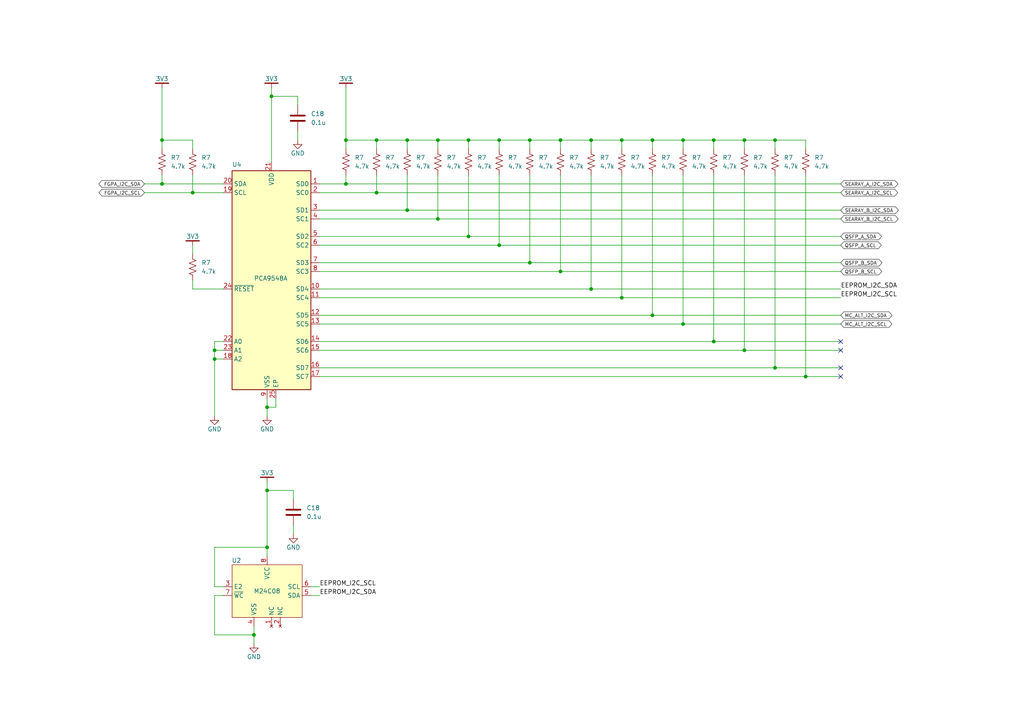
<source format=kicad_sch>
(kicad_sch (version 20230121) (generator eeschema)
  (paper "A4")
  (title_block (title "I2C Switch and EEPROM") (date "2023-12-26") (rev "A") (company "Jordan Harris-Toovy") (comment 1 "Mainboard for Capstone Project at Oregon Tech") (comment 2 "Switch only supports 400kHz IIC"))
  (lib_symbols
    (symbol "Capstone_Library:3V3" (power) (pin_numbers hide) (pin_names (offset 0) hide) (in_bom no) (on_board no)
      (property "Value" "3V3" (at 0 1.27 0))
      (symbol "3V3_0_1"
        (polyline (pts (xy 0 0) (xy 0 -1.27)))
      )
      (symbol "3V3_1_1"
        (polyline (pts (xy -1.905 0) (xy 1.905 0)) (stroke (width 0.35)))
        (pin power_in line (at 0 -1.27 90) (length 1.27) hide (name "3V3") (number "1"))
      )
    )
    (symbol "Capstone_Library:M24C08-RDW6"
      (property "Reference" "U" (at -8.89 1.27 0))
      (property "Value" "M24C08" (at 0 -7.62 0))
      (symbol "M24C08-RDW6_1_1"
        (rectangle (start -10.16 0) (end 10.16 -15.24) (fill (type background)))
        (pin no_connect line (at 1.27 -17.78 90) (length 2.54) (name "NC") (number "1"))
        (pin no_connect line (at 3.81 -17.78 90) (length 2.54) (name "NC") (number "2"))
        (pin input line (at -12.7 -6.35 0) (length 2.54) (name "E2") (number "3"))
        (pin power_in line (at -3.81 -17.78 90) (length 2.54) (name "VSS") (number "4"))
        (pin bidirectional line (at 12.7 -8.89 180) (length 2.54) (name "SDA") (number "5"))
        (pin bidirectional line (at 12.7 -6.35 180) (length 2.54) (name "SCL") (number "6"))
        (pin input line (at -12.7 -8.89 0) (length 2.54) (name "~{WC}") (number "7"))
        (pin power_in line (at 0 2.54 270) (length 2.54) (name "VCC") (number "8"))
      )
    )
    (symbol "Capstone_Library:PCA9548ABS,118"
      (property "Reference" "U" (at 0 2.54 0))
      (property "Value" "PCA9548A" (at 6.35 -30.48 0))
      (symbol "PCA9548ABS,118_1_1"
        (rectangle (start 0 0) (end 22.86 -63.5) (stroke (width 0.254)) (fill (type background)))
        (pin bidirectional line (at 25.4 -3.81 180) (length 2.54) (name "SD0") (number "1"))
        (pin bidirectional line (at 25.4 -34.29 180) (length 2.54) (name "SD4") (number "10"))
        (pin bidirectional line (at 25.4 -36.83 180) (length 2.54) (name "SC4") (number "11"))
        (pin bidirectional line (at 25.4 -41.91 180) (length 2.54) (name "SD5") (number "12"))
        (pin bidirectional line (at 25.4 -44.45 180) (length 2.54) (name "SC5") (number "13"))
        (pin bidirectional line (at 25.4 -49.53 180) (length 2.54) (name "SD6") (number "14"))
        (pin bidirectional line (at 25.4 -52.07 180) (length 2.54) (name "SC6") (number "15"))
        (pin bidirectional line (at 25.4 -57.15 180) (length 2.54) (name "SD7") (number "16"))
        (pin bidirectional line (at 25.4 -59.69 180) (length 2.54) (name "SC7") (number "17"))
        (pin passive line (at -2.54 -54.61 0) (length 2.54) (name "A2") (number "18"))
        (pin bidirectional line (at -2.54 -6.35 0) (length 2.54) (name "SCL") (number "19"))
        (pin bidirectional line (at 25.4 -6.35 180) (length 2.54) (name "SC0") (number "2"))
        (pin bidirectional line (at -2.54 -3.81 0) (length 2.54) (name "SDA") (number "20"))
        (pin power_in line (at 11.43 2.54 270) (length 2.54) (name "VDD") (number "21"))
        (pin passive line (at -2.54 -49.53 0) (length 2.54) (name "A0") (number "22"))
        (pin passive line (at -2.54 -52.07 0) (length 2.54) (name "A1") (number "23"))
        (pin input line (at -2.54 -34.29 0) (length 2.54) (name "~{RESET}") (number "24"))
        (pin power_in line (at 12.7 -66.04 90) (length 2.54) (name "EP") (number "25"))
        (pin bidirectional line (at 25.4 -11.43 180) (length 2.54) (name "SD1") (number "3"))
        (pin bidirectional line (at 25.4 -13.97 180) (length 2.54) (name "SC1") (number "4"))
        (pin bidirectional line (at 25.4 -19.05 180) (length 2.54) (name "SD2") (number "5"))
        (pin bidirectional line (at 25.4 -21.59 180) (length 2.54) (name "SC2") (number "6"))
        (pin bidirectional line (at 25.4 -26.67 180) (length 2.54) (name "SD3") (number "7"))
        (pin bidirectional line (at 25.4 -29.21 180) (length 2.54) (name "SC3") (number "8"))
        (pin power_in line (at 10.16 -66.04 90) (length 2.54) (name "VSS") (number "9"))
      )
    )
    (symbol "Device:C" (pin_numbers hide) (pin_names (offset 0.254))
      (property "Reference" "C" (at 0.635 2.54 0))
      (property "Value" "C" (at 0.635 -2.54 0))
      (symbol "C_0_1"
        (polyline (pts (xy -2.032 -0.762) (xy 2.032 -0.762)) (stroke (width 0.508)))
        (polyline (pts (xy -2.032 0.762) (xy 2.032 0.762)) (stroke (width 0.508)))
      )
      (symbol "C_1_1"
        (pin passive line (at 0 3.81 270) (length 2.794) (name "~") (number "1"))
        (pin passive line (at 0 -3.81 90) (length 2.794) (name "~") (number "2"))
      )
    )
    (symbol "Device:R_US" (pin_numbers hide) (pin_names (offset 0))
      (property "Reference" "R" (at 2.54 0 90))
      (property "Value" "R_US" (at -2.54 0 90))
      (symbol "R_US_0_1"
        (polyline (pts (xy 0 -2.286) (xy 0 -2.54)))
        (polyline (pts (xy 0 2.286) (xy 0 2.54)))
        (polyline (pts (xy 0 -0.762) (xy 1.016 -1.143) (xy 0 -1.524) (xy -1.016 -1.905) (xy 0 -2.286)))
        (polyline (pts (xy 0 0.762) (xy 1.016 0.381) (xy 0 0) (xy -1.016 -0.381) (xy 0 -0.762)))
        (polyline (pts (xy 0 2.286) (xy 1.016 1.905) (xy 0 1.524) (xy -1.016 1.143) (xy 0 0.762)))
      )
      (symbol "R_US_1_1"
        (pin passive line (at 0 3.81 270) (length 1.27) (name "~") (number "1"))
        (pin passive line (at 0 -3.81 90) (length 1.27) (name "~") (number "2"))
      )
    )
    (symbol "power:GND" (power) (pin_names (offset 0))
      (property "Value" "GND" (at 0 -3.81 0))
      (symbol "GND_0_1"
        (polyline (pts (xy 0 0) (xy 0 -1.27) (xy 1.27 -1.27) (xy 0 -2.54) (xy -1.27 -1.27) (xy 0 -1.27)))
      )
      (symbol "GND_1_1"
        (pin power_in line (at 0 0 270) (length 0) hide (name "GND") (number "1"))
      )
    )
  )
  (junction (at 189.23 40.64))
  (junction (at 135.89 68.58))
  (junction (at 153.67 40.64))
  (junction (at 77.47 142.24))
  (junction (at 233.68 109.22))
  (junction (at 198.12 93.98))
  (junction (at 62.23 104.14))
  (junction (at 100.33 40.64))
  (junction (at 198.12 40.64))
  (junction (at 215.9 101.6))
  (junction (at 171.45 83.82))
  (junction (at 127 63.5))
  (junction (at 77.47 158.75))
  (junction (at 180.34 40.64))
  (junction (at 78.74 27.94))
  (junction (at 144.78 71.12))
  (junction (at 109.22 55.88))
  (junction (at 109.22 40.64))
  (junction (at 207.01 40.64))
  (junction (at 162.56 78.74))
  (junction (at 144.78 40.64))
  (junction (at 180.34 86.36))
  (junction (at 224.79 106.68))
  (junction (at 46.99 40.64))
  (junction (at 62.23 101.6))
  (junction (at 215.9 40.64))
  (junction (at 55.88 55.88))
  (junction (at 224.79 40.64))
  (junction (at 171.45 40.64))
  (junction (at 207.01 99.06))
  (junction (at 118.11 40.64))
  (junction (at 153.67 76.2))
  (junction (at 46.99 53.34))
  (junction (at 100.33 53.34))
  (junction (at 127 40.64))
  (junction (at 118.11 60.96))
  (junction (at 77.47 118.11))
  (junction (at 135.89 40.64))
  (junction (at 162.56 40.64))
  (junction (at 73.66 184.15))
  (junction (at 189.23 91.44))
  (no_connect (at 243.84 109.22))
  (no_connect (at 243.84 101.6))
  (no_connect (at 243.84 106.68))
  (no_connect (at 243.84 99.06))
  (wire (pts (xy 62.23 170.18) (xy 64.77 170.18)))
  (wire (pts (xy 100.33 50.8) (xy 100.33 53.34)))
  (wire (pts (xy 207.01 99.06) (xy 92.71 99.06)))
  (wire (pts (xy 135.89 68.58) (xy 92.71 68.58)))
  (wire (pts (xy 180.34 50.8) (xy 180.34 86.36)))
  (wire (pts (xy 41.91 53.34) (xy 46.99 53.34)))
  (wire (pts (xy 109.22 50.8) (xy 109.22 55.88)))
  (wire (pts (xy 198.12 93.98) (xy 92.71 93.98)))
  (wire (pts (xy 78.74 25.4) (xy 78.74 27.94)))
  (wire (pts (xy 224.79 106.68) (xy 92.71 106.68)))
  (wire (pts (xy 62.23 158.75) (xy 77.47 158.75)))
  (wire (pts (xy 55.88 71.12) (xy 55.88 73.66)))
  (wire (pts (xy 127 63.5) (xy 92.71 63.5)))
  (wire (pts (xy 77.47 142.24) (xy 85.09 142.24)))
  (wire (pts (xy 243.84 76.2) (xy 153.67 76.2)))
  (wire (pts (xy 243.84 68.58) (xy 135.89 68.58)))
  (wire (pts (xy 171.45 83.82) (xy 92.71 83.82)))
  (wire (pts (xy 215.9 40.64) (xy 224.79 40.64)))
  (wire (pts (xy 73.66 184.15) (xy 73.66 181.61)))
  (wire (pts (xy 46.99 40.64) (xy 46.99 43.18)))
  (wire (pts (xy 233.68 43.18) (xy 233.68 40.64)))
  (wire (pts (xy 64.77 99.06) (xy 62.23 99.06)))
  (wire (pts (xy 144.78 71.12) (xy 92.71 71.12)))
  (wire (pts (xy 180.34 86.36) (xy 243.84 86.36)))
  (wire (pts (xy 162.56 50.8) (xy 162.56 78.74)))
  (wire (pts (xy 243.84 106.68) (xy 224.79 106.68)))
  (wire (pts (xy 162.56 78.74) (xy 92.71 78.74)))
  (wire (pts (xy 46.99 25.4) (xy 46.99 40.64)))
  (wire (pts (xy 171.45 43.18) (xy 171.45 40.64)))
  (wire (pts (xy 243.84 60.96) (xy 118.11 60.96)))
  (wire (pts (xy 207.01 40.64) (xy 215.9 40.64)))
  (wire (pts (xy 109.22 55.88) (xy 92.71 55.88)))
  (wire (pts (xy 180.34 43.18) (xy 180.34 40.64)))
  (wire (pts (xy 224.79 50.8) (xy 224.79 106.68)))
  (wire (pts (xy 62.23 158.75) (xy 62.23 170.18)))
  (wire (pts (xy 109.22 43.18) (xy 109.22 40.64)))
  (wire (pts (xy 80.01 115.57) (xy 80.01 118.11)))
  (wire (pts (xy 153.67 50.8) (xy 153.67 76.2)))
  (wire (pts (xy 153.67 76.2) (xy 92.71 76.2)))
  (wire (pts (xy 189.23 50.8) (xy 189.23 91.44)))
  (wire (pts (xy 55.88 83.82) (xy 55.88 81.28)))
  (wire (pts (xy 207.01 50.8) (xy 207.01 99.06)))
  (wire (pts (xy 92.71 172.72) (xy 90.17 172.72)))
  (wire (pts (xy 118.11 40.64) (xy 127 40.64)))
  (wire (pts (xy 55.88 55.88) (xy 64.77 55.88)))
  (wire (pts (xy 55.88 43.18) (xy 55.88 40.64)))
  (wire (pts (xy 127 50.8) (xy 127 63.5)))
  (wire (pts (xy 153.67 40.64) (xy 162.56 40.64)))
  (wire (pts (xy 135.89 40.64) (xy 144.78 40.64)))
  (wire (pts (xy 86.36 30.48) (xy 86.36 27.94)))
  (wire (pts (xy 62.23 184.15) (xy 73.66 184.15)))
  (wire (pts (xy 41.91 55.88) (xy 55.88 55.88)))
  (wire (pts (xy 189.23 43.18) (xy 189.23 40.64)))
  (wire (pts (xy 46.99 50.8) (xy 46.99 53.34)))
  (wire (pts (xy 118.11 60.96) (xy 92.71 60.96)))
  (wire (pts (xy 100.33 40.64) (xy 109.22 40.64)))
  (wire (pts (xy 62.23 172.72) (xy 64.77 172.72)))
  (wire (pts (xy 189.23 40.64) (xy 198.12 40.64)))
  (wire (pts (xy 135.89 43.18) (xy 135.89 40.64)))
  (wire (pts (xy 243.84 93.98) (xy 198.12 93.98)))
  (wire (pts (xy 62.23 99.06) (xy 62.23 101.6)))
  (wire (pts (xy 243.84 71.12) (xy 144.78 71.12)))
  (wire (pts (xy 62.23 101.6) (xy 62.23 104.14)))
  (wire (pts (xy 118.11 50.8) (xy 118.11 60.96)))
  (wire (pts (xy 171.45 50.8) (xy 171.45 83.82)))
  (wire (pts (xy 198.12 43.18) (xy 198.12 40.64)))
  (wire (pts (xy 109.22 40.64) (xy 118.11 40.64)))
  (wire (pts (xy 233.68 50.8) (xy 233.68 109.22)))
  (wire (pts (xy 224.79 40.64) (xy 233.68 40.64)))
  (wire (pts (xy 86.36 40.64) (xy 86.36 38.1)))
  (wire (pts (xy 62.23 101.6) (xy 64.77 101.6)))
  (wire (pts (xy 215.9 50.8) (xy 215.9 101.6)))
  (wire (pts (xy 180.34 40.64) (xy 189.23 40.64)))
  (wire (pts (xy 144.78 43.18) (xy 144.78 40.64)))
  (wire (pts (xy 243.84 99.06) (xy 207.01 99.06)))
  (wire (pts (xy 243.84 63.5) (xy 127 63.5)))
  (wire (pts (xy 162.56 40.64) (xy 171.45 40.64)))
  (wire (pts (xy 127 43.18) (xy 127 40.64)))
  (wire (pts (xy 162.56 43.18) (xy 162.56 40.64)))
  (wire (pts (xy 92.71 170.18) (xy 90.17 170.18)))
  (wire (pts (xy 77.47 139.7) (xy 77.47 142.24)))
  (wire (pts (xy 153.67 43.18) (xy 153.67 40.64)))
  (wire (pts (xy 135.89 50.8) (xy 135.89 68.58)))
  (wire (pts (xy 62.23 104.14) (xy 62.23 120.65)))
  (wire (pts (xy 207.01 43.18) (xy 207.01 40.64)))
  (wire (pts (xy 243.84 101.6) (xy 215.9 101.6)))
  (wire (pts (xy 189.23 91.44) (xy 92.71 91.44)))
  (wire (pts (xy 62.23 104.14) (xy 64.77 104.14)))
  (wire (pts (xy 171.45 83.82) (xy 243.84 83.82)))
  (wire (pts (xy 100.33 53.34) (xy 92.71 53.34)))
  (wire (pts (xy 144.78 40.64) (xy 153.67 40.64)))
  (wire (pts (xy 77.47 120.65) (xy 77.47 118.11)))
  (wire (pts (xy 78.74 27.94) (xy 78.74 46.99)))
  (wire (pts (xy 198.12 40.64) (xy 207.01 40.64)))
  (wire (pts (xy 64.77 83.82) (xy 55.88 83.82)))
  (wire (pts (xy 180.34 86.36) (xy 92.71 86.36)))
  (wire (pts (xy 100.33 40.64) (xy 100.33 43.18)))
  (wire (pts (xy 85.09 154.94) (xy 85.09 152.4)))
  (wire (pts (xy 55.88 50.8) (xy 55.88 55.88)))
  (wire (pts (xy 243.84 55.88) (xy 109.22 55.88)))
  (wire (pts (xy 243.84 91.44) (xy 189.23 91.44)))
  (wire (pts (xy 46.99 40.64) (xy 55.88 40.64)))
  (wire (pts (xy 243.84 53.34) (xy 100.33 53.34)))
  (wire (pts (xy 46.99 53.34) (xy 64.77 53.34)))
  (wire (pts (xy 243.84 109.22) (xy 233.68 109.22)))
  (wire (pts (xy 80.01 118.11) (xy 77.47 118.11)))
  (wire (pts (xy 85.09 144.78) (xy 85.09 142.24)))
  (wire (pts (xy 233.68 109.22) (xy 92.71 109.22)))
  (wire (pts (xy 118.11 43.18) (xy 118.11 40.64)))
  (wire (pts (xy 77.47 115.57) (xy 77.47 118.11)))
  (wire (pts (xy 77.47 158.75) (xy 77.47 161.29)))
  (wire (pts (xy 215.9 43.18) (xy 215.9 40.64)))
  (wire (pts (xy 62.23 172.72) (xy 62.23 184.15)))
  (wire (pts (xy 100.33 25.4) (xy 100.33 40.64)))
  (wire (pts (xy 144.78 50.8) (xy 144.78 71.12)))
  (wire (pts (xy 224.79 43.18) (xy 224.79 40.64)))
  (wire (pts (xy 73.66 186.69) (xy 73.66 184.15)))
  (wire (pts (xy 127 40.64) (xy 135.89 40.64)))
  (wire (pts (xy 243.84 78.74) (xy 162.56 78.74)))
  (wire (pts (xy 215.9 101.6) (xy 92.71 101.6)))
  (wire (pts (xy 198.12 50.8) (xy 198.12 93.98)))
  (wire (pts (xy 171.45 40.64) (xy 180.34 40.64)))
  (wire (pts (xy 77.47 142.24) (xy 77.47 158.75)))
  (wire (pts (xy 78.74 27.94) (xy 86.36 27.94)))
  (label "EEPROM_I2C_SDA" (at 243.84 83.82 0))
  (label "EEPROM_I2C_SDA" (at 92.71 172.72 0))
  (label "EEPROM_I2C_SCL" (at 243.84 86.36 0))
  (label "EEPROM_I2C_SCL" (at 92.71 170.18 0))
  (global_label "MC_ALT_I2C_SCL" (shape bidirectional) (at 243.84 93.98 0) (effects (font (size 1 1))) (property "Intersheetrefs" "${INTERSHEET_REFS}" (effects hide)))
  (global_label "QSFP_A_SCL" (shape bidirectional) (at 243.84 71.12 0) (effects (font (size 1 1))) (property "Intersheetrefs" "${INTERSHEET_REFS}" (effects hide)))
  (global_label "SEARAY_A_I2C_SDA" (shape bidirectional) (at 243.84 53.34 0) (effects (font (size 1 1))) (property "Intersheetrefs" "${INTERSHEET_REFS}" (effects hide)))
  (global_label "FGPA_I2C_SDA" (shape bidirectional) (at 41.91 53.34 180) (effects (font (size 1 1))) (property "Intersheetrefs" "${INTERSHEET_REFS}" (effects hide)))
  (global_label "QSFP_B_SCL" (shape bidirectional) (at 243.84 78.74 0) (effects (font (size 1 1))) (property "Intersheetrefs" "${INTERSHEET_REFS}" (effects hide)))
  (global_label "MC_ALT_I2C_SDA" (shape bidirectional) (at 243.84 91.44 0) (effects (font (size 1 1))) (property "Intersheetrefs" "${INTERSHEET_REFS}" (effects hide)))
  (global_label "SEARAY_B_I2C_SCL" (shape bidirectional) (at 243.84 63.5 0) (effects (font (size 1 1))) (property "Intersheetrefs" "${INTERSHEET_REFS}" (effects hide)))
  (global_label "SEARAY_A_I2C_SCL" (shape bidirectional) (at 243.84 55.88 0) (effects (font (size 1 1))) (property "Intersheetrefs" "${INTERSHEET_REFS}" (effects hide)))
  (global_label "SEARAY_B_I2C_SDA" (shape bidirectional) (at 243.84 60.96 0) (effects (font (size 1 1))) (property "Intersheetrefs" "${INTERSHEET_REFS}" (effects hide)))
  (global_label "QSFP_B_SDA" (shape bidirectional) (at 243.84 76.2 0) (effects (font (size 1 1))) (property "Intersheetrefs" "${INTERSHEET_REFS}" (effects hide)))
  (global_label "FGPA_I2C_SCL" (shape bidirectional) (at 41.91 55.88 180) (effects (font (size 1 1))) (property "Intersheetrefs" "${INTERSHEET_REFS}" (effects hide)))
  (global_label "QSFP_A_SDA" (shape bidirectional) (at 243.84 68.58 0) (effects (font (size 1 1))) (property "Intersheetrefs" "${INTERSHEET_REFS}" (effects hide)))
  (symbol (lib_id "Device:R_US") (at 171.45 46.99 0) (unit 1)
    (property "Reference" "R7" (at 173.99 45.72 0) (effects (justify left)))
    (property "Value" "4.7k" (at 173.99 48.26 0) (effects (justify left)))
    (property "Footprint" "Resistor_SMD:R_0402_1005Metric" (effects hide))
    (property "Datasheet" "https://www.mouser.com/datasheet/2/447/YAGEO_PYu_RC_Group_51_RoHS_L_12-3313492.pdf" (effects hide))
    (property "Part Number" "RC0402FR-074K7L" (effects hide))
    (instances (project "Capstone_Project_Mainboard" (path "" (reference "R7") (unit 1)) (path "" (reference "R25") (unit 1))))
  )
  (symbol (lib_id "Device:R_US") (at 109.22 46.99 0) (unit 1)
    (property "Reference" "R7" (at 111.76 45.72 0) (effects (justify left)))
    (property "Value" "4.7k" (at 111.76 48.26 0) (effects (justify left)))
    (property "Footprint" "Resistor_SMD:R_0402_1005Metric" (effects hide))
    (property "Datasheet" "https://www.mouser.com/datasheet/2/447/YAGEO_PYu_RC_Group_51_RoHS_L_12-3313492.pdf" (effects hide))
    (property "Part Number" "RC0402FR-074K7L" (effects hide))
    (instances (project "Capstone_Project_Mainboard" (path "" (reference "R7") (unit 1)) (path "" (reference "R16") (unit 1))))
  )
  (symbol (lib_id "Device:C") (at 86.36 34.29 0) (unit 1)
    (property "Reference" "C18" (at 90.17 33.02 0) (effects (justify left)))
    (property "Value" "0.1u" (at 90.17 35.56 0) (effects (justify left)))
    (property "Footprint" "Capacitor_SMD:C_0402_1005Metric" (effects hide))
    (property "Datasheet" "https://www.mouser.com/ProductDetail/Murata-Electronics/GRM155R71E104ME14J?qs=RcG8xmE7yp0ICzrP3TGkoQ%3D%3D" (effects hide))
    (property "Part Number" "GRM155R71E104ME14J" (effects hide))
    (instances (project "Capstone_Project_Mainboard" (path "" (reference "C18") (unit 1)) (path "" (reference "C35") (unit 1))))
  )
  (symbol (lib_id "Device:R_US") (at 55.88 77.47 0) (unit 1)
    (property "Reference" "R7" (at 58.42 76.2 0) (effects (justify left)))
    (property "Value" "4.7k" (at 58.42 78.74 0) (effects (justify left)))
    (property "Footprint" "Resistor_SMD:R_0402_1005Metric" (effects hide))
    (property "Datasheet" "https://www.mouser.com/datasheet/2/447/YAGEO_PYu_RC_Group_51_RoHS_L_12-3313492.pdf" (effects hide))
    (property "Part Number" "RC0402FR-074K7L" (effects hide))
    (instances (project "Capstone_Project_Mainboard" (path "" (reference "R7") (unit 1)) (path "" (reference "R14") (unit 1))))
  )
  (symbol (lib_id "power:GND") (at 73.66 186.69 0) (unit 1)
    (property "Reference" "#PWR097" (effects hide))
    (property "Value" "GND" (at 73.66 190.5 0))
  )
  (symbol (lib_id "Device:R_US") (at 100.33 46.99 0) (unit 1)
    (property "Reference" "R7" (at 102.87 45.72 0) (effects (justify left)))
    (property "Value" "4.7k" (at 102.87 48.26 0) (effects (justify left)))
    (property "Footprint" "Resistor_SMD:R_0402_1005Metric" (effects hide))
    (property "Datasheet" "https://www.mouser.com/datasheet/2/447/YAGEO_PYu_RC_Group_51_RoHS_L_12-3313492.pdf" (effects hide))
    (property "Part Number" "RC0402FR-074K7L" (effects hide))
    (instances (project "Capstone_Project_Mainboard" (path "" (reference "R7") (unit 1)) (path "" (reference "R15") (unit 1))))
  )
  (symbol (lib_id "Device:R_US") (at 215.9 46.99 0) (unit 1)
    (property "Reference" "R7" (at 218.44 45.72 0) (effects (justify left)))
    (property "Value" "4.7k" (at 218.44 48.26 0) (effects (justify left)))
    (property "Footprint" "Resistor_SMD:R_0402_1005Metric" (effects hide))
    (property "Datasheet" "https://www.mouser.com/datasheet/2/447/YAGEO_PYu_RC_Group_51_RoHS_L_12-3313492.pdf" (effects hide))
    (property "Part Number" "RC0402FR-074K7L" (effects hide))
    (instances (project "Capstone_Project_Mainboard" (path "" (reference "R7") (unit 1)) (path "" (reference "R30") (unit 1))))
  )
  (symbol (lib_id "Device:R_US") (at 189.23 46.99 0) (unit 1)
    (property "Reference" "R7" (at 191.77 45.72 0) (effects (justify left)))
    (property "Value" "4.7k" (at 191.77 48.26 0) (effects (justify left)))
    (property "Footprint" "Resistor_SMD:R_0402_1005Metric" (effects hide))
    (property "Datasheet" "https://www.mouser.com/datasheet/2/447/YAGEO_PYu_RC_Group_51_RoHS_L_12-3313492.pdf" (effects hide))
    (property "Part Number" "RC0402FR-074K7L" (effects hide))
    (instances (project "Capstone_Project_Mainboard" (path "" (reference "R7") (unit 1)) (path "" (reference "R27") (unit 1))))
  )
  (symbol (lib_id "Device:R_US") (at 46.99 46.99 0) (unit 1)
    (property "Reference" "R7" (at 49.53 45.72 0) (effects (justify left)))
    (property "Value" "4.7k" (at 49.53 48.26 0) (effects (justify left)))
    (property "Footprint" "Resistor_SMD:R_0402_1005Metric" (effects hide))
    (property "Datasheet" "https://www.mouser.com/datasheet/2/447/YAGEO_PYu_RC_Group_51_RoHS_L_12-3313492.pdf" (effects hide))
    (property "Part Number" "RC0402FR-074K7L" (effects hide))
    (instances (project "Capstone_Project_Mainboard" (path "" (reference "R7") (unit 1)) (path "" (reference "R17") (unit 1))))
  )
  (symbol (lib_id "Device:R_US") (at 198.12 46.99 0) (unit 1)
    (property "Reference" "R7" (at 200.66 45.72 0) (effects (justify left)))
    (property "Value" "4.7k" (at 200.66 48.26 0) (effects (justify left)))
    (property "Footprint" "Resistor_SMD:R_0402_1005Metric" (effects hide))
    (property "Datasheet" "https://www.mouser.com/datasheet/2/447/YAGEO_PYu_RC_Group_51_RoHS_L_12-3313492.pdf" (effects hide))
    (property "Part Number" "RC0402FR-074K7L" (effects hide))
    (instances (project "Capstone_Project_Mainboard" (path "" (reference "R7") (unit 1)) (path "" (reference "R28") (unit 1))))
  )
  (symbol (lib_id "Device:R_US") (at 207.01 46.99 0) (unit 1)
    (property "Reference" "R7" (at 209.55 45.72 0) (effects (justify left)))
    (property "Value" "4.7k" (at 209.55 48.26 0) (effects (justify left)))
    (property "Footprint" "Resistor_SMD:R_0402_1005Metric" (effects hide))
    (property "Datasheet" "https://www.mouser.com/datasheet/2/447/YAGEO_PYu_RC_Group_51_RoHS_L_12-3313492.pdf" (effects hide))
    (property "Part Number" "RC0402FR-074K7L" (effects hide))
    (instances (project "Capstone_Project_Mainboard" (path "" (reference "R7") (unit 1)) (path "" (reference "R29") (unit 1))))
  )
  (symbol (lib_id "Device:R_US") (at 135.89 46.99 0) (unit 1)
    (property "Reference" "R7" (at 138.43 45.72 0) (effects (justify left)))
    (property "Value" "4.7k" (at 138.43 48.26 0) (effects (justify left)))
    (property "Footprint" "Resistor_SMD:R_0402_1005Metric" (effects hide))
    (property "Datasheet" "https://www.mouser.com/datasheet/2/447/YAGEO_PYu_RC_Group_51_RoHS_L_12-3313492.pdf" (effects hide))
    (property "Part Number" "RC0402FR-074K7L" (effects hide))
    (instances (project "Capstone_Project_Mainboard" (path "" (reference "R7") (unit 1)) (path "" (reference "R21") (unit 1))))
  )
  (symbol (lib_id "Device:R_US") (at 233.68 46.99 0) (unit 1)
    (property "Reference" "R7" (at 236.22 45.72 0) (effects (justify left)))
    (property "Value" "4.7k" (at 236.22 48.26 0) (effects (justify left)))
    (property "Footprint" "Resistor_SMD:R_0402_1005Metric" (effects hide))
    (property "Datasheet" "https://www.mouser.com/datasheet/2/447/YAGEO_PYu_RC_Group_51_RoHS_L_12-3313492.pdf" (effects hide))
    (property "Part Number" "RC0402FR-074K7L" (effects hide))
    (instances (project "Capstone_Project_Mainboard" (path "" (reference "R7") (unit 1)) (path "" (reference "R32") (unit 1))))
  )
  (symbol (lib_id "power:GND") (at 77.47 120.65 0) (unit 1)
    (property "Reference" "#PWR096" (effects hide))
    (property "Value" "GND" (at 77.47 124.46 0))
  )
  (symbol (lib_id "Device:R_US") (at 162.56 46.99 0) (unit 1)
    (property "Reference" "R7" (at 165.1 45.72 0) (effects (justify left)))
    (property "Value" "4.7k" (at 165.1 48.26 0) (effects (justify left)))
    (property "Footprint" "Resistor_SMD:R_0402_1005Metric" (effects hide))
    (property "Datasheet" "https://www.mouser.com/datasheet/2/447/YAGEO_PYu_RC_Group_51_RoHS_L_12-3313492.pdf" (effects hide))
    (property "Part Number" "RC0402FR-074K7L" (effects hide))
    (instances (project "Capstone_Project_Mainboard" (path "" (reference "R7") (unit 1)) (path "" (reference "R24") (unit 1))))
  )
  (symbol (lib_id "Capstone_Library:3V3") (at 55.88 69.85 0) (unit 1) (in_bom no) (on_board no)
    (property "Reference" "#PWR03" (effects hide))
    (property "Value" "3V3" (at 55.88 68.58 0))
    (instances (project "Capstone_Project_Mainboard" (path "" (reference "#PWR03") (unit 1)) (path "" (reference "#PWR075") (unit 1)) (path "" (reference "#PWR0102") (unit 1))))
  )
  (symbol (lib_id "Capstone_Library:3V3") (at 77.47 138.43 0) (unit 1) (in_bom no) (on_board no)
    (property "Reference" "#PWR03" (effects hide))
    (property "Value" "3V3" (at 77.47 137.16 0))
    (instances (project "Capstone_Project_Mainboard" (path "" (reference "#PWR03") (unit 1)) (path "" (reference "#PWR075") (unit 1)) (path "" (reference "#PWR0101") (unit 1))))
  )
  (symbol (lib_id "power:GND") (at 86.36 40.64 0) (unit 1)
    (property "Reference" "#PWR099" (effects hide))
    (property "Value" "GND" (at 86.36 44.45 0))
  )
  (symbol (lib_id "Capstone_Library:3V3") (at 46.99 24.13 0) (unit 1) (in_bom no) (on_board no)
    (property "Reference" "#PWR03" (effects hide))
    (property "Value" "3V3" (at 46.99 22.86 0))
    (instances (project "Capstone_Project_Mainboard" (path "" (reference "#PWR03") (unit 1)) (path "" (reference "#PWR075") (unit 1)) (path "" (reference "#PWR0104") (unit 1))))
  )
  (symbol (lib_id "Device:R_US") (at 118.11 46.99 0) (unit 1)
    (property "Reference" "R7" (at 120.65 45.72 0) (effects (justify left)))
    (property "Value" "4.7k" (at 120.65 48.26 0) (effects (justify left)))
    (property "Footprint" "Resistor_SMD:R_0402_1005Metric" (effects hide))
    (property "Datasheet" "https://www.mouser.com/datasheet/2/447/YAGEO_PYu_RC_Group_51_RoHS_L_12-3313492.pdf" (effects hide))
    (property "Part Number" "RC0402FR-074K7L" (effects hide))
    (instances (project "Capstone_Project_Mainboard" (path "" (reference "R7") (unit 1)) (path "" (reference "R19") (unit 1))))
  )
  (symbol (lib_id "Capstone_Library:PCA9548ABS,118") (at 67.31 49.53 0) (unit 1)
    (property "Reference" "U4" (at 67.31 46.99 0) (effects (justify left top)))
    (property "Value" "PCA9548A" (at 73.66 80.01 0) (effects (justify left top)))
    (property "Footprint" "Capstone_Library:QFN50P400X400X100-25N-D" (effects hide))
    (property "Datasheet" "https://www.nxp.com/docs/en/data-sheet/PCA9548A.pdf" (effects hide))
    (property "Part Number" "PCA9548ABS,118" (effects hide))
  )
  (symbol (lib_id "Capstone_Library:3V3") (at 100.33 24.13 0) (unit 1) (in_bom no) (on_board no)
    (property "Reference" "#PWR03" (effects hide))
    (property "Value" "3V3" (at 100.33 22.86 0))
    (instances (project "Capstone_Project_Mainboard" (path "" (reference "#PWR03") (unit 1)) (path "" (reference "#PWR075") (unit 1)) (path "" (reference "#PWR0105") (unit 1))))
  )
  (symbol (lib_id "Device:R_US") (at 224.79 46.99 0) (unit 1)
    (property "Reference" "R7" (at 227.33 45.72 0) (effects (justify left)))
    (property "Value" "4.7k" (at 227.33 48.26 0) (effects (justify left)))
    (property "Footprint" "Resistor_SMD:R_0402_1005Metric" (effects hide))
    (property "Datasheet" "https://www.mouser.com/datasheet/2/447/YAGEO_PYu_RC_Group_51_RoHS_L_12-3313492.pdf" (effects hide))
    (property "Part Number" "RC0402FR-074K7L" (effects hide))
    (instances (project "Capstone_Project_Mainboard" (path "" (reference "R7") (unit 1)) (path "" (reference "R31") (unit 1))))
  )
  (symbol (lib_id "Capstone_Library:M24C08-RDW6") (at 77.47 163.83 0) (unit 1)
    (property "Reference" "U2" (at 68.58 162.56 0))
    (property "Value" "M24C08" (at 77.47 171.45 0))
    (property "Footprint" "Package_SO:TSSOP-8_4.4x3mm_P0.65mm" (effects hide))
    (property "Datasheet" "https://www.st.com/content/ccc/resource/technical/document/datasheet/cc/f5/a5/01/6f/4b/47/d2/DM00070057.pdf/files/DM00070057.pdf/jcr:content/translations/en.DM00070057.pdf" (effects hide))
    (property "Part Number" "M24C08-RDW6TP" (effects hide))
  )
  (symbol (lib_id "Device:R_US") (at 144.78 46.99 0) (unit 1)
    (property "Reference" "R7" (at 147.32 45.72 0) (effects (justify left)))
    (property "Value" "4.7k" (at 147.32 48.26 0) (effects (justify left)))
    (property "Footprint" "Resistor_SMD:R_0402_1005Metric" (effects hide))
    (property "Datasheet" "https://www.mouser.com/datasheet/2/447/YAGEO_PYu_RC_Group_51_RoHS_L_12-3313492.pdf" (effects hide))
    (property "Part Number" "RC0402FR-074K7L" (effects hide))
    (instances (project "Capstone_Project_Mainboard" (path "" (reference "R7") (unit 1)) (path "" (reference "R22") (unit 1))))
  )
  (symbol (lib_id "Device:R_US") (at 127 46.99 0) (unit 1)
    (property "Reference" "R7" (at 129.54 45.72 0) (effects (justify left)))
    (property "Value" "4.7k" (at 129.54 48.26 0) (effects (justify left)))
    (property "Footprint" "Resistor_SMD:R_0402_1005Metric" (effects hide))
    (property "Datasheet" "https://www.mouser.com/datasheet/2/447/YAGEO_PYu_RC_Group_51_RoHS_L_12-3313492.pdf" (effects hide))
    (property "Part Number" "RC0402FR-074K7L" (effects hide))
    (instances (project "Capstone_Project_Mainboard" (path "" (reference "R7") (unit 1)) (path "" (reference "R20") (unit 1))))
  )
  (symbol (lib_id "Capstone_Library:3V3") (at 78.74 24.13 0) (unit 1) (in_bom no) (on_board no)
    (property "Reference" "#PWR03" (effects hide))
    (property "Value" "3V3" (at 78.74 22.86 0))
    (instances (project "Capstone_Project_Mainboard" (path "" (reference "#PWR03") (unit 1)) (path "" (reference "#PWR075") (unit 1)) (path "" (reference "#PWR098") (unit 1))))
  )
  (symbol (lib_id "power:GND") (at 62.23 120.65 0) (unit 1)
    (property "Reference" "#PWR0100" (effects hide))
    (property "Value" "GND" (at 62.23 124.46 0))
  )
  (symbol (lib_id "power:GND") (at 85.09 154.94 0) (unit 1)
    (property "Reference" "#PWR0103" (effects hide))
    (property "Value" "GND" (at 85.09 158.75 0))
  )
  (symbol (lib_id "Device:R_US") (at 153.67 46.99 0) (unit 1)
    (property "Reference" "R7" (at 156.21 45.72 0) (effects (justify left)))
    (property "Value" "4.7k" (at 156.21 48.26 0) (effects (justify left)))
    (property "Footprint" "Resistor_SMD:R_0402_1005Metric" (effects hide))
    (property "Datasheet" "https://www.mouser.com/datasheet/2/447/YAGEO_PYu_RC_Group_51_RoHS_L_12-3313492.pdf" (effects hide))
    (property "Part Number" "RC0402FR-074K7L" (effects hide))
    (instances (project "Capstone_Project_Mainboard" (path "" (reference "R7") (unit 1)) (path "" (reference "R23") (unit 1))))
  )
  (symbol (lib_id "Device:R_US") (at 180.34 46.99 0) (unit 1)
    (property "Reference" "R7" (at 182.88 45.72 0) (effects (justify left)))
    (property "Value" "4.7k" (at 182.88 48.26 0) (effects (justify left)))
    (property "Footprint" "Resistor_SMD:R_0402_1005Metric" (effects hide))
    (property "Datasheet" "https://www.mouser.com/datasheet/2/447/YAGEO_PYu_RC_Group_51_RoHS_L_12-3313492.pdf" (effects hide))
    (property "Part Number" "RC0402FR-074K7L" (effects hide))
    (instances (project "Capstone_Project_Mainboard" (path "" (reference "R7") (unit 1)) (path "" (reference "R26") (unit 1))))
  )
  (symbol (lib_id "Device:R_US") (at 55.88 46.99 0) (unit 1)
    (property "Reference" "R7" (at 58.42 45.72 0) (effects (justify left)))
    (property "Value" "4.7k" (at 58.42 48.26 0) (effects (justify left)))
    (property "Footprint" "Resistor_SMD:R_0402_1005Metric" (effects hide))
    (property "Datasheet" "https://www.mouser.com/datasheet/2/447/YAGEO_PYu_RC_Group_51_RoHS_L_12-3313492.pdf" (effects hide))
    (property "Part Number" "RC0402FR-074K7L" (effects hide))
    (instances (project "Capstone_Project_Mainboard" (path "" (reference "R7") (unit 1)) (path "" (reference "R18") (unit 1))))
  )
  (symbol (lib_id "Device:C") (at 85.09 148.59 0) (unit 1)
    (property "Reference" "C18" (at 88.9 147.32 0) (effects (justify left)))
    (property "Value" "0.1u" (at 88.9 149.86 0) (effects (justify left)))
    (property "Footprint" "Capacitor_SMD:C_0402_1005Metric" (effects hide))
    (property "Datasheet" "https://www.mouser.com/ProductDetail/Murata-Electronics/GRM155R71E104ME14J?qs=RcG8xmE7yp0ICzrP3TGkoQ%3D%3D" (effects hide))
    (property "Part Number" "GRM155R71E104ME14J" (effects hide))
    (instances (project "Capstone_Project_Mainboard" (path "" (reference "C18") (unit 1)) (path "" (reference "C38") (unit 1))))
  )
)
</source>
